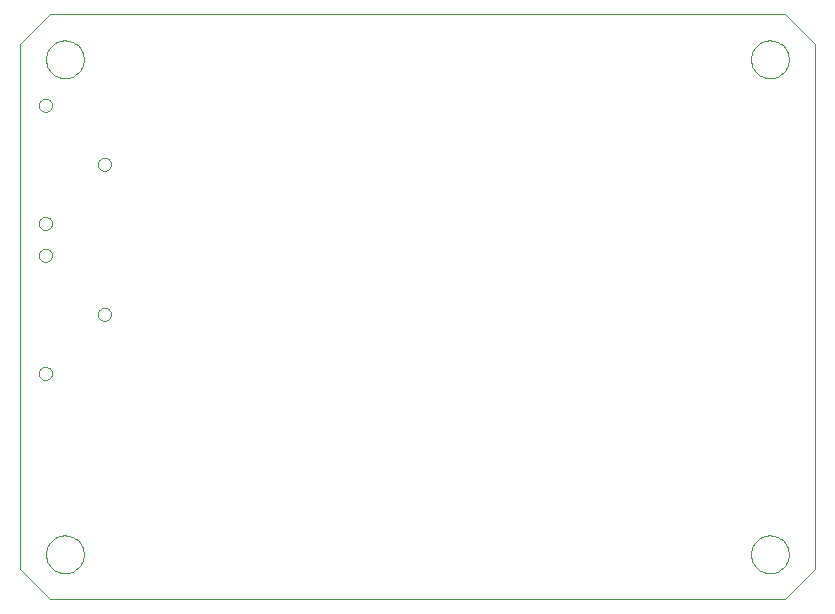
<source format=gko>
G75*
G70*
%OFA0B0*%
%FSLAX24Y24*%
%IPPOS*%
%LPD*%
%AMOC8*
5,1,8,0,0,1.08239X$1,22.5*
%
%ADD10C,0.0000*%
D10*
X001849Y001180D02*
X001849Y018680D01*
X002849Y019680D01*
X027349Y019680D01*
X028349Y018680D01*
X028349Y001180D01*
X027349Y000180D01*
X002849Y000180D01*
X001849Y001180D01*
X002719Y001680D02*
X002721Y001730D01*
X002727Y001780D01*
X002737Y001829D01*
X002751Y001877D01*
X002768Y001924D01*
X002789Y001969D01*
X002814Y002013D01*
X002842Y002054D01*
X002874Y002093D01*
X002908Y002130D01*
X002945Y002164D01*
X002985Y002194D01*
X003027Y002221D01*
X003071Y002245D01*
X003117Y002266D01*
X003164Y002282D01*
X003212Y002295D01*
X003262Y002304D01*
X003311Y002309D01*
X003362Y002310D01*
X003412Y002307D01*
X003461Y002300D01*
X003510Y002289D01*
X003558Y002274D01*
X003604Y002256D01*
X003649Y002234D01*
X003692Y002208D01*
X003733Y002179D01*
X003772Y002147D01*
X003808Y002112D01*
X003840Y002074D01*
X003870Y002034D01*
X003897Y001991D01*
X003920Y001947D01*
X003939Y001901D01*
X003955Y001853D01*
X003967Y001804D01*
X003975Y001755D01*
X003979Y001705D01*
X003979Y001655D01*
X003975Y001605D01*
X003967Y001556D01*
X003955Y001507D01*
X003939Y001459D01*
X003920Y001413D01*
X003897Y001369D01*
X003870Y001326D01*
X003840Y001286D01*
X003808Y001248D01*
X003772Y001213D01*
X003733Y001181D01*
X003692Y001152D01*
X003649Y001126D01*
X003604Y001104D01*
X003558Y001086D01*
X003510Y001071D01*
X003461Y001060D01*
X003412Y001053D01*
X003362Y001050D01*
X003311Y001051D01*
X003262Y001056D01*
X003212Y001065D01*
X003164Y001078D01*
X003117Y001094D01*
X003071Y001115D01*
X003027Y001139D01*
X002985Y001166D01*
X002945Y001196D01*
X002908Y001230D01*
X002874Y001267D01*
X002842Y001306D01*
X002814Y001347D01*
X002789Y001391D01*
X002768Y001436D01*
X002751Y001483D01*
X002737Y001531D01*
X002727Y001580D01*
X002721Y001630D01*
X002719Y001680D01*
X002482Y007711D02*
X002484Y007740D01*
X002490Y007768D01*
X002499Y007796D01*
X002512Y007822D01*
X002529Y007845D01*
X002548Y007867D01*
X002570Y007886D01*
X002595Y007901D01*
X002621Y007914D01*
X002649Y007922D01*
X002677Y007927D01*
X002706Y007928D01*
X002735Y007925D01*
X002763Y007918D01*
X002790Y007908D01*
X002816Y007894D01*
X002839Y007877D01*
X002860Y007857D01*
X002878Y007834D01*
X002893Y007809D01*
X002904Y007782D01*
X002912Y007754D01*
X002916Y007725D01*
X002916Y007697D01*
X002912Y007668D01*
X002904Y007640D01*
X002893Y007613D01*
X002878Y007588D01*
X002860Y007565D01*
X002839Y007545D01*
X002816Y007528D01*
X002790Y007514D01*
X002763Y007504D01*
X002735Y007497D01*
X002706Y007494D01*
X002677Y007495D01*
X002649Y007500D01*
X002621Y007508D01*
X002595Y007521D01*
X002570Y007536D01*
X002548Y007555D01*
X002529Y007577D01*
X002512Y007600D01*
X002499Y007626D01*
X002490Y007654D01*
X002484Y007682D01*
X002482Y007711D01*
X004451Y009680D02*
X004453Y009709D01*
X004459Y009737D01*
X004468Y009765D01*
X004481Y009791D01*
X004498Y009814D01*
X004517Y009836D01*
X004539Y009855D01*
X004564Y009870D01*
X004590Y009883D01*
X004618Y009891D01*
X004646Y009896D01*
X004675Y009897D01*
X004704Y009894D01*
X004732Y009887D01*
X004759Y009877D01*
X004785Y009863D01*
X004808Y009846D01*
X004829Y009826D01*
X004847Y009803D01*
X004862Y009778D01*
X004873Y009751D01*
X004881Y009723D01*
X004885Y009694D01*
X004885Y009666D01*
X004881Y009637D01*
X004873Y009609D01*
X004862Y009582D01*
X004847Y009557D01*
X004829Y009534D01*
X004808Y009514D01*
X004785Y009497D01*
X004759Y009483D01*
X004732Y009473D01*
X004704Y009466D01*
X004675Y009463D01*
X004646Y009464D01*
X004618Y009469D01*
X004590Y009477D01*
X004564Y009490D01*
X004539Y009505D01*
X004517Y009524D01*
X004498Y009546D01*
X004481Y009569D01*
X004468Y009595D01*
X004459Y009623D01*
X004453Y009651D01*
X004451Y009680D01*
X002482Y011649D02*
X002484Y011678D01*
X002490Y011706D01*
X002499Y011734D01*
X002512Y011760D01*
X002529Y011783D01*
X002548Y011805D01*
X002570Y011824D01*
X002595Y011839D01*
X002621Y011852D01*
X002649Y011860D01*
X002677Y011865D01*
X002706Y011866D01*
X002735Y011863D01*
X002763Y011856D01*
X002790Y011846D01*
X002816Y011832D01*
X002839Y011815D01*
X002860Y011795D01*
X002878Y011772D01*
X002893Y011747D01*
X002904Y011720D01*
X002912Y011692D01*
X002916Y011663D01*
X002916Y011635D01*
X002912Y011606D01*
X002904Y011578D01*
X002893Y011551D01*
X002878Y011526D01*
X002860Y011503D01*
X002839Y011483D01*
X002816Y011466D01*
X002790Y011452D01*
X002763Y011442D01*
X002735Y011435D01*
X002706Y011432D01*
X002677Y011433D01*
X002649Y011438D01*
X002621Y011446D01*
X002595Y011459D01*
X002570Y011474D01*
X002548Y011493D01*
X002529Y011515D01*
X002512Y011538D01*
X002499Y011564D01*
X002490Y011592D01*
X002484Y011620D01*
X002482Y011649D01*
X002482Y012711D02*
X002484Y012740D01*
X002490Y012768D01*
X002499Y012796D01*
X002512Y012822D01*
X002529Y012845D01*
X002548Y012867D01*
X002570Y012886D01*
X002595Y012901D01*
X002621Y012914D01*
X002649Y012922D01*
X002677Y012927D01*
X002706Y012928D01*
X002735Y012925D01*
X002763Y012918D01*
X002790Y012908D01*
X002816Y012894D01*
X002839Y012877D01*
X002860Y012857D01*
X002878Y012834D01*
X002893Y012809D01*
X002904Y012782D01*
X002912Y012754D01*
X002916Y012725D01*
X002916Y012697D01*
X002912Y012668D01*
X002904Y012640D01*
X002893Y012613D01*
X002878Y012588D01*
X002860Y012565D01*
X002839Y012545D01*
X002816Y012528D01*
X002790Y012514D01*
X002763Y012504D01*
X002735Y012497D01*
X002706Y012494D01*
X002677Y012495D01*
X002649Y012500D01*
X002621Y012508D01*
X002595Y012521D01*
X002570Y012536D01*
X002548Y012555D01*
X002529Y012577D01*
X002512Y012600D01*
X002499Y012626D01*
X002490Y012654D01*
X002484Y012682D01*
X002482Y012711D01*
X004451Y014680D02*
X004453Y014709D01*
X004459Y014737D01*
X004468Y014765D01*
X004481Y014791D01*
X004498Y014814D01*
X004517Y014836D01*
X004539Y014855D01*
X004564Y014870D01*
X004590Y014883D01*
X004618Y014891D01*
X004646Y014896D01*
X004675Y014897D01*
X004704Y014894D01*
X004732Y014887D01*
X004759Y014877D01*
X004785Y014863D01*
X004808Y014846D01*
X004829Y014826D01*
X004847Y014803D01*
X004862Y014778D01*
X004873Y014751D01*
X004881Y014723D01*
X004885Y014694D01*
X004885Y014666D01*
X004881Y014637D01*
X004873Y014609D01*
X004862Y014582D01*
X004847Y014557D01*
X004829Y014534D01*
X004808Y014514D01*
X004785Y014497D01*
X004759Y014483D01*
X004732Y014473D01*
X004704Y014466D01*
X004675Y014463D01*
X004646Y014464D01*
X004618Y014469D01*
X004590Y014477D01*
X004564Y014490D01*
X004539Y014505D01*
X004517Y014524D01*
X004498Y014546D01*
X004481Y014569D01*
X004468Y014595D01*
X004459Y014623D01*
X004453Y014651D01*
X004451Y014680D01*
X002482Y016649D02*
X002484Y016678D01*
X002490Y016706D01*
X002499Y016734D01*
X002512Y016760D01*
X002529Y016783D01*
X002548Y016805D01*
X002570Y016824D01*
X002595Y016839D01*
X002621Y016852D01*
X002649Y016860D01*
X002677Y016865D01*
X002706Y016866D01*
X002735Y016863D01*
X002763Y016856D01*
X002790Y016846D01*
X002816Y016832D01*
X002839Y016815D01*
X002860Y016795D01*
X002878Y016772D01*
X002893Y016747D01*
X002904Y016720D01*
X002912Y016692D01*
X002916Y016663D01*
X002916Y016635D01*
X002912Y016606D01*
X002904Y016578D01*
X002893Y016551D01*
X002878Y016526D01*
X002860Y016503D01*
X002839Y016483D01*
X002816Y016466D01*
X002790Y016452D01*
X002763Y016442D01*
X002735Y016435D01*
X002706Y016432D01*
X002677Y016433D01*
X002649Y016438D01*
X002621Y016446D01*
X002595Y016459D01*
X002570Y016474D01*
X002548Y016493D01*
X002529Y016515D01*
X002512Y016538D01*
X002499Y016564D01*
X002490Y016592D01*
X002484Y016620D01*
X002482Y016649D01*
X002719Y018180D02*
X002721Y018230D01*
X002727Y018280D01*
X002737Y018329D01*
X002751Y018377D01*
X002768Y018424D01*
X002789Y018469D01*
X002814Y018513D01*
X002842Y018554D01*
X002874Y018593D01*
X002908Y018630D01*
X002945Y018664D01*
X002985Y018694D01*
X003027Y018721D01*
X003071Y018745D01*
X003117Y018766D01*
X003164Y018782D01*
X003212Y018795D01*
X003262Y018804D01*
X003311Y018809D01*
X003362Y018810D01*
X003412Y018807D01*
X003461Y018800D01*
X003510Y018789D01*
X003558Y018774D01*
X003604Y018756D01*
X003649Y018734D01*
X003692Y018708D01*
X003733Y018679D01*
X003772Y018647D01*
X003808Y018612D01*
X003840Y018574D01*
X003870Y018534D01*
X003897Y018491D01*
X003920Y018447D01*
X003939Y018401D01*
X003955Y018353D01*
X003967Y018304D01*
X003975Y018255D01*
X003979Y018205D01*
X003979Y018155D01*
X003975Y018105D01*
X003967Y018056D01*
X003955Y018007D01*
X003939Y017959D01*
X003920Y017913D01*
X003897Y017869D01*
X003870Y017826D01*
X003840Y017786D01*
X003808Y017748D01*
X003772Y017713D01*
X003733Y017681D01*
X003692Y017652D01*
X003649Y017626D01*
X003604Y017604D01*
X003558Y017586D01*
X003510Y017571D01*
X003461Y017560D01*
X003412Y017553D01*
X003362Y017550D01*
X003311Y017551D01*
X003262Y017556D01*
X003212Y017565D01*
X003164Y017578D01*
X003117Y017594D01*
X003071Y017615D01*
X003027Y017639D01*
X002985Y017666D01*
X002945Y017696D01*
X002908Y017730D01*
X002874Y017767D01*
X002842Y017806D01*
X002814Y017847D01*
X002789Y017891D01*
X002768Y017936D01*
X002751Y017983D01*
X002737Y018031D01*
X002727Y018080D01*
X002721Y018130D01*
X002719Y018180D01*
X026219Y018180D02*
X026221Y018230D01*
X026227Y018280D01*
X026237Y018329D01*
X026251Y018377D01*
X026268Y018424D01*
X026289Y018469D01*
X026314Y018513D01*
X026342Y018554D01*
X026374Y018593D01*
X026408Y018630D01*
X026445Y018664D01*
X026485Y018694D01*
X026527Y018721D01*
X026571Y018745D01*
X026617Y018766D01*
X026664Y018782D01*
X026712Y018795D01*
X026762Y018804D01*
X026811Y018809D01*
X026862Y018810D01*
X026912Y018807D01*
X026961Y018800D01*
X027010Y018789D01*
X027058Y018774D01*
X027104Y018756D01*
X027149Y018734D01*
X027192Y018708D01*
X027233Y018679D01*
X027272Y018647D01*
X027308Y018612D01*
X027340Y018574D01*
X027370Y018534D01*
X027397Y018491D01*
X027420Y018447D01*
X027439Y018401D01*
X027455Y018353D01*
X027467Y018304D01*
X027475Y018255D01*
X027479Y018205D01*
X027479Y018155D01*
X027475Y018105D01*
X027467Y018056D01*
X027455Y018007D01*
X027439Y017959D01*
X027420Y017913D01*
X027397Y017869D01*
X027370Y017826D01*
X027340Y017786D01*
X027308Y017748D01*
X027272Y017713D01*
X027233Y017681D01*
X027192Y017652D01*
X027149Y017626D01*
X027104Y017604D01*
X027058Y017586D01*
X027010Y017571D01*
X026961Y017560D01*
X026912Y017553D01*
X026862Y017550D01*
X026811Y017551D01*
X026762Y017556D01*
X026712Y017565D01*
X026664Y017578D01*
X026617Y017594D01*
X026571Y017615D01*
X026527Y017639D01*
X026485Y017666D01*
X026445Y017696D01*
X026408Y017730D01*
X026374Y017767D01*
X026342Y017806D01*
X026314Y017847D01*
X026289Y017891D01*
X026268Y017936D01*
X026251Y017983D01*
X026237Y018031D01*
X026227Y018080D01*
X026221Y018130D01*
X026219Y018180D01*
X026219Y001680D02*
X026221Y001730D01*
X026227Y001780D01*
X026237Y001829D01*
X026251Y001877D01*
X026268Y001924D01*
X026289Y001969D01*
X026314Y002013D01*
X026342Y002054D01*
X026374Y002093D01*
X026408Y002130D01*
X026445Y002164D01*
X026485Y002194D01*
X026527Y002221D01*
X026571Y002245D01*
X026617Y002266D01*
X026664Y002282D01*
X026712Y002295D01*
X026762Y002304D01*
X026811Y002309D01*
X026862Y002310D01*
X026912Y002307D01*
X026961Y002300D01*
X027010Y002289D01*
X027058Y002274D01*
X027104Y002256D01*
X027149Y002234D01*
X027192Y002208D01*
X027233Y002179D01*
X027272Y002147D01*
X027308Y002112D01*
X027340Y002074D01*
X027370Y002034D01*
X027397Y001991D01*
X027420Y001947D01*
X027439Y001901D01*
X027455Y001853D01*
X027467Y001804D01*
X027475Y001755D01*
X027479Y001705D01*
X027479Y001655D01*
X027475Y001605D01*
X027467Y001556D01*
X027455Y001507D01*
X027439Y001459D01*
X027420Y001413D01*
X027397Y001369D01*
X027370Y001326D01*
X027340Y001286D01*
X027308Y001248D01*
X027272Y001213D01*
X027233Y001181D01*
X027192Y001152D01*
X027149Y001126D01*
X027104Y001104D01*
X027058Y001086D01*
X027010Y001071D01*
X026961Y001060D01*
X026912Y001053D01*
X026862Y001050D01*
X026811Y001051D01*
X026762Y001056D01*
X026712Y001065D01*
X026664Y001078D01*
X026617Y001094D01*
X026571Y001115D01*
X026527Y001139D01*
X026485Y001166D01*
X026445Y001196D01*
X026408Y001230D01*
X026374Y001267D01*
X026342Y001306D01*
X026314Y001347D01*
X026289Y001391D01*
X026268Y001436D01*
X026251Y001483D01*
X026237Y001531D01*
X026227Y001580D01*
X026221Y001630D01*
X026219Y001680D01*
M02*

</source>
